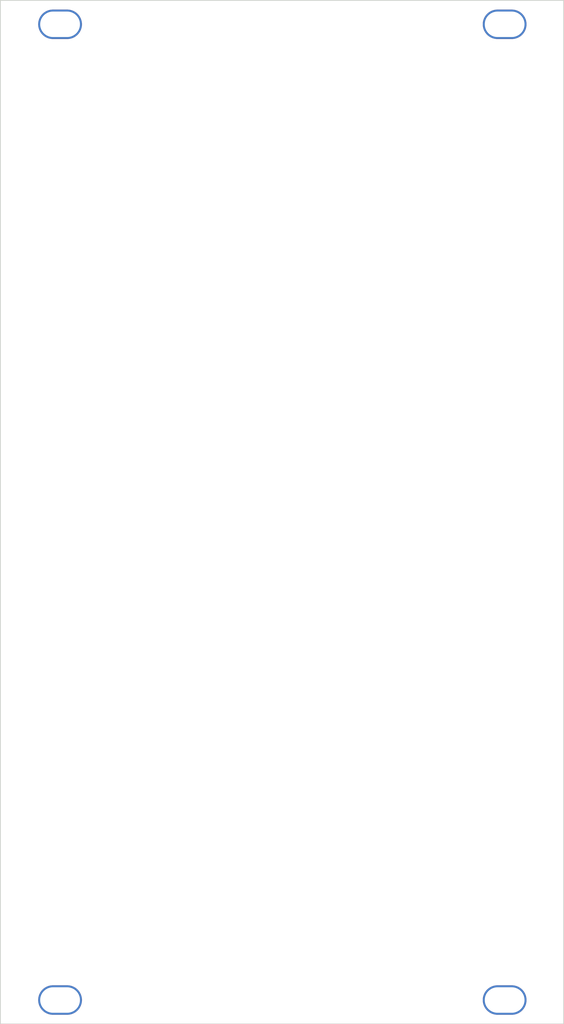
<source format=kicad_pcb>
(kicad_pcb (version 20211014) (generator pcbnew)
  (layers (0 "F.Cu" signal) (31 "B.Cu" signal) (34 "B.Paste" user) (35 "F.Paste" user) (36 "B.SilkS" user "B.Silkscreen") (37 "F.SilkS" user "F.Silkscreen") (38 "B.Mask" user) (39 "F.Mask" user) (44 "Edge.Cuts" user))
  (net 0 "")
  (footprint "" (layer "F.Cu") (at 7.5 125.5)
    (fp_text reference "" (at 0 0) (layer "F.SilkS") (effects (font (size 1.27 1.27))))
    (fp_text value "" (at 0 0) (layer "F.SilkS") (effects (font (size 1.27 1.27))))
    (pad "1" thru_hole oval (at 0 0) (size 5.5 3.7) (drill oval 5 3.2) (layers *.Cu *.Mask))
  )
  (footprint "" (layer "F.Cu") (at 63.38 3)
    (fp_text reference "" (at 0 0) (layer "F.SilkS") (effects (font (size 1.27 1.27))))
    (fp_text value "" (at 0 0) (layer "F.SilkS") (effects (font (size 1.27 1.27))))
    (pad "1" thru_hole oval (at 0 0) (size 5.5 3.7) (drill oval 5 3.2) (layers *.Cu *.Mask))
  )
  (footprint "" (layer "F.Cu") (at 7.5 3)
    (fp_text reference "" hide)
    (fp_text value "" hide)
    (pad "1" thru_hole oval (at 0 0) (size 5.5 3.7) (drill oval 5 3.2) (layers *.Cu *.Mask))
  )
  (footprint "" (layer "F.Cu") (at 63.38 125.5)
    (fp_text reference "" (at 0 0) (layer "F.SilkS") (effects (font (size 1.27 1.27))))
    (fp_text value "" (at 0 0) (layer "F.SilkS") (effects (font (size 1.27 1.27))))
    (pad "1" thru_hole oval (at 0 0) (size 5.5 3.7) (drill oval 5 3.2) (layers *.Cu *.Mask))
  )
  (gr_rect (start 0 0) (end 70.8 128.5) (layer "Edge.Cuts") (width 0.1) (fill none))
)
</source>
